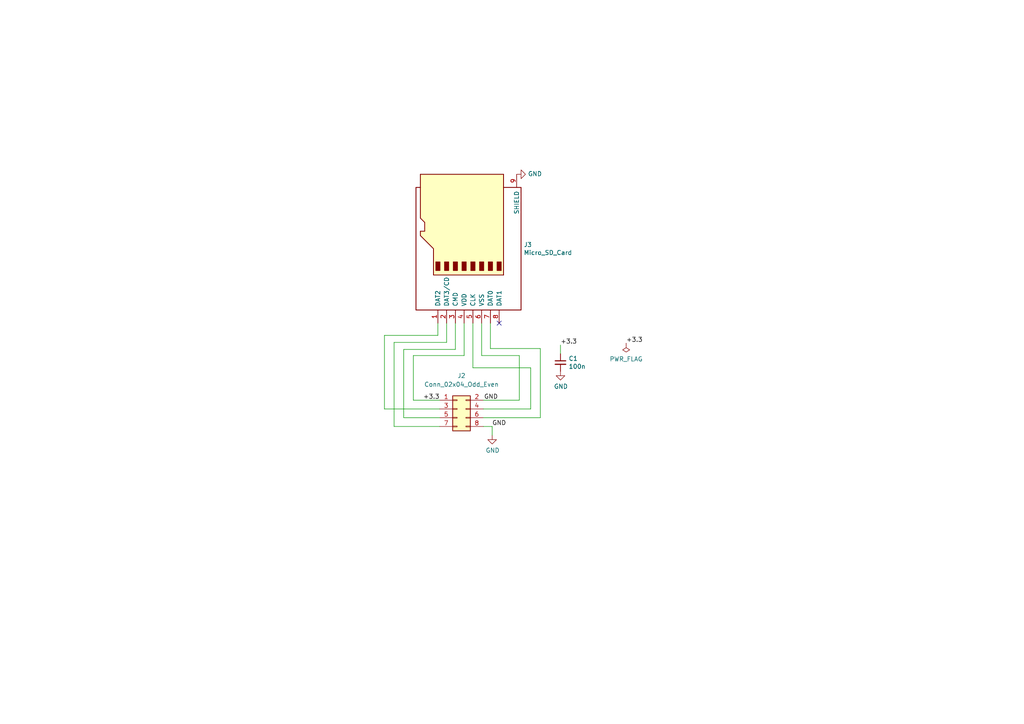
<source format=kicad_sch>
(kicad_sch (version 20211123) (generator eeschema)
  (paper "A4")
  (lib_symbols
    (symbol "Connector_Generic:Conn_02x04_Odd_Even" (pin_names (offset 1.016) hide)
      (property "Reference" "J" (at 1.27 5.08 0))
      (property "Value" "Conn_02x04_Odd_Even" (at 1.27 -7.62 0))
      (symbol "Conn_02x04_Odd_Even_1_1"
        (rectangle (start -1.27 -4.953) (end 0 -5.207) (stroke (width 0.1524)))
        (rectangle (start -1.27 -2.413) (end 0 -2.667) (stroke (width 0.1524)))
        (rectangle (start -1.27 0.127) (end 0 -0.127) (stroke (width 0.1524)))
        (rectangle (start -1.27 2.667) (end 0 2.413) (stroke (width 0.1524)))
        (rectangle (start -1.27 3.81) (end 3.81 -6.35) (stroke (width 0.254)) (fill (type background)))
        (rectangle (start 3.81 -4.953) (end 2.54 -5.207) (stroke (width 0.1524)))
        (rectangle (start 3.81 -2.413) (end 2.54 -2.667) (stroke (width 0.1524)))
        (rectangle (start 3.81 0.127) (end 2.54 -0.127) (stroke (width 0.1524)))
        (rectangle (start 3.81 2.667) (end 2.54 2.413) (stroke (width 0.1524)))
        (pin passive line (at -5.08 2.54 0) (length 3.81) (name "Pin_1") (number "1"))
        (pin passive line (at 7.62 2.54 180) (length 3.81) (name "Pin_2") (number "2"))
        (pin passive line (at -5.08 0 0) (length 3.81) (name "Pin_3") (number "3"))
        (pin passive line (at 7.62 0 180) (length 3.81) (name "Pin_4") (number "4"))
        (pin passive line (at -5.08 -2.54 0) (length 3.81) (name "Pin_5") (number "5"))
        (pin passive line (at 7.62 -2.54 180) (length 3.81) (name "Pin_6") (number "6"))
        (pin passive line (at -5.08 -5.08 0) (length 3.81) (name "Pin_7") (number "7"))
        (pin passive line (at 7.62 -5.08 180) (length 3.81) (name "Pin_8") (number "8"))
      )
    )
    (symbol "Device:C_Small" (pin_numbers hide) (pin_names (offset 0.254) hide)
      (property "Reference" "C" (at 0.254 1.778 0))
      (property "Value" "C_Small" (at 0.254 -2.032 0))
      (symbol "C_Small_0_1"
        (polyline (pts (xy -1.524 -0.508) (xy 1.524 -0.508)) (stroke (width 0.3302)))
        (polyline (pts (xy -1.524 0.508) (xy 1.524 0.508)) (stroke (width 0.3048)))
      )
      (symbol "C_Small_1_1"
        (pin passive line (at 0 2.54 270) (length 2.032) (name "~") (number "1"))
        (pin passive line (at 0 -2.54 90) (length 2.032) (name "~") (number "2"))
      )
    )
    (symbol "gc_sp2-rescue:Micro_SD_Card-Connector" (pin_names (offset 1.016))
      (property "Reference" "J" (at -16.51 15.24 0))
      (property "Value" "Micro_SD_Card-Connector" (at 16.51 15.24 0))
      (symbol "Micro_SD_Card-Connector_0_1"
        (rectangle (start -7.62 -9.525) (end -5.08 -10.795) (fill (type outline)))
        (rectangle (start -7.62 -6.985) (end -5.08 -8.255) (fill (type outline)))
        (rectangle (start -7.62 -4.445) (end -5.08 -5.715) (fill (type outline)))
        (rectangle (start -7.62 -1.905) (end -5.08 -3.175) (fill (type outline)))
        (rectangle (start -7.62 0.635) (end -5.08 -0.635) (fill (type outline)))
        (rectangle (start -7.62 3.175) (end -5.08 1.905) (fill (type outline)))
        (rectangle (start -7.62 5.715) (end -5.08 4.445) (fill (type outline)))
        (rectangle (start -7.62 8.255) (end -5.08 6.985) (fill (type outline)))
        (polyline (pts (xy 16.51 12.7) (xy 16.51 13.97) (xy -19.05 13.97) (xy -19.05 -16.51) (xy 16.51 -16.51) (xy 16.51 -11.43)) (stroke (width 0.254)))
        (polyline (pts (xy -8.89 -11.43) (xy -8.89 8.89) (xy -1.27 8.89) (xy 2.54 12.7) (xy 3.81 12.7) (xy 3.81 11.43) (xy 6.35 11.43) (xy 7.62 12.7) (xy 20.32 12.7) (xy 20.32 -11.43) (xy -8.89 -11.43)) (stroke (width 0.254)) (fill (type background)))
      )
      (symbol "Micro_SD_Card-Connector_1_1"
        (pin bidirectional line (at -22.86 7.62 0) (length 3.81) (name "DAT2") (number "1"))
        (pin bidirectional line (at -22.86 5.08 0) (length 3.81) (name "DAT3/CD") (number "2"))
        (pin input line (at -22.86 2.54 0) (length 3.81) (name "CMD") (number "3"))
        (pin power_in line (at -22.86 0 0) (length 3.81) (name "VDD") (number "4"))
        (pin input line (at -22.86 -2.54 0) (length 3.81) (name "CLK") (number "5"))
        (pin power_in line (at -22.86 -5.08 0) (length 3.81) (name "VSS") (number "6"))
        (pin input line (at -22.86 -7.62 0) (length 3.81) (name "DAT0") (number "7"))
        (pin input line (at -22.86 -10.16 0) (length 3.81) (name "DAT1") (number "8"))
        (pin passive line (at 20.32 -15.24 180) (length 3.81) (name "SHIELD") (number "9"))
      )
    )
    (symbol "power:GND" (power) (pin_names (offset 0))
      (property "Value" "GND" (at 0 -3.81 0))
      (symbol "GND_0_1"
        (polyline (pts (xy 0 0) (xy 0 -1.27) (xy 1.27 -1.27) (xy 0 -2.54) (xy -1.27 -1.27) (xy 0 -1.27)))
      )
      (symbol "GND_1_1"
        (pin power_in line (at 0 0 270) (length 0) hide (name "GND") (number "1"))
      )
    )
    (symbol "power:PWR_FLAG" (power) (pin_numbers hide) (pin_names (offset 0) hide)
      (property "Value" "PWR_FLAG" (at 0 3.81 0))
      (symbol "PWR_FLAG_0_0"
        (pin power_out line (at 0 0 90) (length 0) (name "pwr") (number "1"))
      )
      (symbol "PWR_FLAG_0_1"
        (polyline (pts (xy 0 0) (xy 0 1.27) (xy -1.016 1.905) (xy 0 2.54) (xy 1.016 1.905) (xy 0 1.27)))
      )
    )
  )
  (no_connect (at 144.78 93.726))
  (wire (pts (xy 111.506 97.282) (xy 111.506 118.618)))
  (wire (pts (xy 150.622 103.124) (xy 150.622 116.078)))
  (wire (pts (xy 140.208 121.158) (xy 156.718 121.158)))
  (wire (pts (xy 111.506 118.618) (xy 127.508 118.618)))
  (wire (pts (xy 117.094 101.346) (xy 117.094 121.158)))
  (wire (pts (xy 132.08 101.346) (xy 117.094 101.346)))
  (wire (pts (xy 140.208 123.698) (xy 142.748 123.698)))
  (wire (pts (xy 114.3 123.698) (xy 127.508 123.698)))
  (wire (pts (xy 162.56 102.616) (xy 162.56 100.076)))
  (wire (pts (xy 117.094 121.158) (xy 127.508 121.158)))
  (wire (pts (xy 140.208 118.618) (xy 153.924 118.618)))
  (wire (pts (xy 137.16 93.726) (xy 137.16 106.68)))
  (wire (pts (xy 129.54 99.314) (xy 114.3 99.314)))
  (wire (pts (xy 153.924 106.68) (xy 153.924 118.618)))
  (wire (pts (xy 114.3 99.314) (xy 114.3 123.698)))
  (wire (pts (xy 134.62 103.124) (xy 119.888 103.124)))
  (wire (pts (xy 142.748 123.698) (xy 142.748 126.238)))
  (wire (pts (xy 127 93.726) (xy 127 97.282)))
  (wire (pts (xy 134.62 93.726) (xy 134.62 103.124)))
  (wire (pts (xy 137.16 106.68) (xy 153.924 106.68)))
  (wire (pts (xy 139.7 93.726) (xy 139.7 103.124)))
  (wire (pts (xy 119.888 116.078) (xy 127.508 116.078)))
  (wire (pts (xy 129.54 93.726) (xy 129.54 99.314)))
  (wire (pts (xy 127 97.282) (xy 111.506 97.282)))
  (wire (pts (xy 142.24 101.092) (xy 156.718 101.092)))
  (wire (pts (xy 132.08 93.726) (xy 132.08 101.346)))
  (wire (pts (xy 142.24 93.726) (xy 142.24 101.092)))
  (wire (pts (xy 140.208 116.078) (xy 150.622 116.078)))
  (wire (pts (xy 156.718 101.092) (xy 156.718 121.158)))
  (wire (pts (xy 119.888 103.124) (xy 119.888 116.078)))
  (wire (pts (xy 139.7 103.124) (xy 150.622 103.124)))
  (label "GND" (at 142.748 123.698 0))
  (label "+3.3" (at 181.61 99.568 0))
  (label "+3.3" (at 162.56 100.076 0))
  (label "+3.3" (at 127.508 116.078 180))
  (label "GND" (at 144.4463 116.078 180))
  (symbol (lib_id "power:GND") (at 162.56 107.696 0) (unit 1)
    (property "Reference" "#PWR0102" (effects hide))
    (property "Value" "GND" (at 162.687 112.0902 0))
  )
  (symbol (lib_id "Device:C_Small") (at 162.56 105.156 0) (unit 1)
    (property "Reference" "C1" (at 164.8968 103.9876 0) (effects (justify left)))
    (property "Value" "100n" (at 164.8968 106.299 0) (effects (justify left)))
    (property "Footprint" "Capacitor_SMD:C_0402_1005Metric" (effects hide))
    (property "LCSC Part" "C1525" (effects hide))
  )
  (symbol (lib_id "power:GND") (at 142.748 126.238 0) (unit 1)
    (property "Reference" "#PWR0101" (effects hide))
    (property "Value" "GND" (at 142.875 130.6322 0))
  )
  (symbol (lib_id "power:PWR_FLAG") (at 181.61 99.568 180) (unit 1)
    (property "Reference" "#FLG0101" (effects hide))
    (property "Value" "PWR_FLAG" (at 181.61 104.14 0))
  )
  (symbol (lib_id "Connector_Generic:Conn_02x04_Odd_Even") (at 132.588 118.618 0) (unit 1)
    (property "Reference" "J2" (at 133.858 108.966 0))
    (property "Value" "Conn_02x04_Odd_Even" (at 133.858 111.506 0))
    (property "Footprint" "Connector_PinSocket_2.54mm:PinSocket_2x04_P2.54mm_Vertical_SMD" (effects hide))
    (property "LCSC Part" "C5160819" (effects hide))
  )
  (symbol (lib_id "power:GND") (at 149.86 50.546 90) (unit 1)
    (property "Reference" "#PWR0103" (effects hide))
    (property "Value" "GND" (at 153.1112 50.419 90) (effects (justify right)))
  )
  (symbol (lib_id "gc_sp2-rescue:Micro_SD_Card-Connector") (at 134.62 70.866 90) (unit 1)
    (property "Reference" "J3" (at 151.892 70.9676 90) (effects (justify right)))
    (property "Value" "Micro_SD_Card" (at 151.892 73.279 90) (effects (justify right)))
    (property "Footprint" "VideoGames_KiCad6:Micro_SD_C113206" (effects hide))
    (property "Datasheet" "http://katalog.we-online.de/em/datasheet/693072010801.pdf" (effects hide))
    (property "LCSC Part" "C113206" (effects hide))
  )
)
</source>
